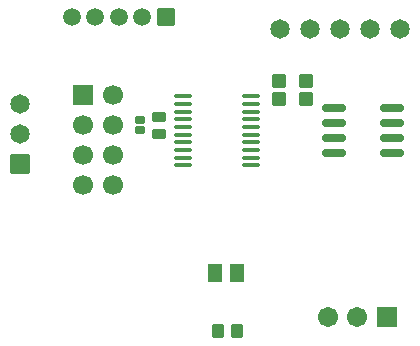
<source format=gbr>
%TF.GenerationSoftware,KiCad,Pcbnew,7.0.8*%
%TF.CreationDate,2024-02-15T00:03:28-06:00*%
%TF.ProjectId,Receiver_KiCad,52656365-6976-4657-925f-4b694361642e,rev?*%
%TF.SameCoordinates,Original*%
%TF.FileFunction,Soldermask,Top*%
%TF.FilePolarity,Negative*%
%FSLAX46Y46*%
G04 Gerber Fmt 4.6, Leading zero omitted, Abs format (unit mm)*
G04 Created by KiCad (PCBNEW 7.0.8) date 2024-02-15 00:03:28*
%MOMM*%
%LPD*%
G01*
G04 APERTURE LIST*
G04 Aperture macros list*
%AMRoundRect*
0 Rectangle with rounded corners*
0 $1 Rounding radius*
0 $2 $3 $4 $5 $6 $7 $8 $9 X,Y pos of 4 corners*
0 Add a 4 corners polygon primitive as box body*
4,1,4,$2,$3,$4,$5,$6,$7,$8,$9,$2,$3,0*
0 Add four circle primitives for the rounded corners*
1,1,$1+$1,$2,$3*
1,1,$1+$1,$4,$5*
1,1,$1+$1,$6,$7*
1,1,$1+$1,$8,$9*
0 Add four rect primitives between the rounded corners*
20,1,$1+$1,$2,$3,$4,$5,0*
20,1,$1+$1,$4,$5,$6,$7,0*
20,1,$1+$1,$6,$7,$8,$9,0*
20,1,$1+$1,$8,$9,$2,$3,0*%
G04 Aperture macros list end*
%ADD10RoundRect,0.150000X0.825000X0.150000X-0.825000X0.150000X-0.825000X-0.150000X0.825000X-0.150000X0*%
%ADD11C,1.651000*%
%ADD12RoundRect,0.100000X-0.637500X-0.100000X0.637500X-0.100000X0.637500X0.100000X-0.637500X0.100000X0*%
%ADD13RoundRect,0.102000X0.725000X-0.725000X0.725000X0.725000X-0.725000X0.725000X-0.725000X-0.725000X0*%
%ADD14C,1.654000*%
%ADD15R,1.700000X1.700000*%
%ADD16C,1.700000*%
%ADD17RoundRect,0.102000X-0.654000X-0.654000X0.654000X-0.654000X0.654000X0.654000X-0.654000X0.654000X0*%
%ADD18C,1.512000*%
%ADD19RoundRect,0.102000X-0.405000X-0.465000X0.405000X-0.465000X0.405000X0.465000X-0.405000X0.465000X0*%
%ADD20RoundRect,0.102000X-0.485000X0.450000X-0.485000X-0.450000X0.485000X-0.450000X0.485000X0.450000X0*%
%ADD21RoundRect,0.177600X0.224400X0.194400X-0.224400X0.194400X-0.224400X-0.194400X0.224400X-0.194400X0*%
%ADD22RoundRect,0.102000X-0.485000X-0.690000X0.485000X-0.690000X0.485000X0.690000X-0.485000X0.690000X0*%
%ADD23RoundRect,0.102000X-0.469900X0.330200X-0.469900X-0.330200X0.469900X-0.330200X0.469900X0.330200X0*%
%ADD24RoundRect,0.102000X-0.754000X-0.754000X0.754000X-0.754000X0.754000X0.754000X-0.754000X0.754000X0*%
%ADD25C,1.712000*%
G04 APERTURE END LIST*
D10*
%TO.C,U2*%
X179490000Y-130060000D03*
X179490000Y-128790000D03*
X179490000Y-127520000D03*
X179490000Y-126250000D03*
X174540000Y-126250000D03*
X174540000Y-127520000D03*
X174540000Y-128790000D03*
X174540000Y-130060000D03*
%TD*%
D11*
%TO.C,J4*%
X169990000Y-119560200D03*
X172530000Y-119560200D03*
X175070000Y-119560200D03*
X177610000Y-119560200D03*
X180150000Y-119560200D03*
%TD*%
D12*
%TO.C,U1*%
X161822500Y-125230000D03*
X161822500Y-125880000D03*
X161822500Y-126530000D03*
X161822500Y-127180000D03*
X161822500Y-127830000D03*
X161822500Y-128480000D03*
X161822500Y-129130000D03*
X161822500Y-129780000D03*
X161822500Y-130430000D03*
X161822500Y-131080000D03*
X167547500Y-131080000D03*
X167547500Y-130430000D03*
X167547500Y-129780000D03*
X167547500Y-129130000D03*
X167547500Y-128480000D03*
X167547500Y-127830000D03*
X167547500Y-127180000D03*
X167547500Y-126530000D03*
X167547500Y-125880000D03*
X167547500Y-125230000D03*
%TD*%
D13*
%TO.C,J2*%
X147960000Y-130985000D03*
D14*
X147960000Y-128445000D03*
X147960000Y-125905000D03*
%TD*%
D15*
%TO.C,U3*%
X153335000Y-125145000D03*
D16*
X155875000Y-125145000D03*
X153335000Y-127685000D03*
X155875000Y-127685000D03*
X153335000Y-130225000D03*
X155875000Y-130225000D03*
X153335000Y-132765000D03*
X155875000Y-132765000D03*
%TD*%
D17*
%TO.C,J3*%
X160350000Y-118530000D03*
D18*
X158350000Y-118530000D03*
X156350000Y-118530000D03*
X154350000Y-118530000D03*
X152350000Y-118530000D03*
%TD*%
D19*
%TO.C,D1*%
X166350000Y-145110000D03*
X164730000Y-145110000D03*
%TD*%
D20*
%TO.C,R2*%
X169930000Y-123975000D03*
X169930000Y-125495000D03*
%TD*%
%TO.C,R1*%
X172170000Y-123905000D03*
X172170000Y-125425000D03*
%TD*%
D21*
%TO.C,C2*%
X158165000Y-128065000D03*
X158165000Y-127205000D03*
%TD*%
D22*
%TO.C,R3*%
X164460000Y-140205000D03*
X166320000Y-140205000D03*
%TD*%
D23*
%TO.C,C1*%
X159751400Y-127001400D03*
X159751400Y-128423800D03*
%TD*%
D24*
%TO.C,J1*%
X179015000Y-143945000D03*
D25*
X176515000Y-143945000D03*
X174015000Y-143945000D03*
%TD*%
M02*

</source>
